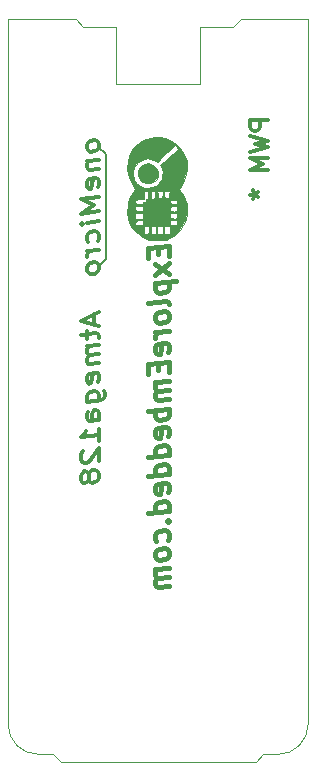
<source format=gbr>
G04 #@! TF.FileFunction,Legend,Bot*
%FSLAX46Y46*%
G04 Gerber Fmt 4.6, Leading zero omitted, Abs format (unit mm)*
G04 Created by KiCad (PCBNEW (2015-01-16 BZR 5376)-product) date 01-Oct-16 1:27:22 PM*
%MOMM*%
G01*
G04 APERTURE LIST*
%ADD10C,0.150000*%
%ADD11C,0.200000*%
%ADD12C,0.375000*%
%ADD13C,0.100000*%
%ADD14C,0.300000*%
%ADD15C,0.444500*%
%ADD16C,0.002540*%
G04 APERTURE END LIST*
D10*
D11*
X74295000Y-52705000D02*
X73660000Y-52070000D01*
X74295000Y-61595000D02*
X74295000Y-52705000D01*
X73660000Y-62230000D02*
X74295000Y-61595000D01*
D12*
X73703571Y-51793572D02*
X73632143Y-51631072D01*
X73560714Y-51554286D01*
X73417857Y-51486429D01*
X72989286Y-51540000D01*
X72846429Y-51643571D01*
X72775000Y-51738215D01*
X72703571Y-51918572D01*
X72703571Y-52175715D01*
X72775000Y-52338215D01*
X72846429Y-52415000D01*
X72989286Y-52482857D01*
X73417857Y-52429286D01*
X73560714Y-52325715D01*
X73632143Y-52231072D01*
X73703571Y-52050715D01*
X73703571Y-51793572D01*
X72703571Y-53290000D02*
X73703571Y-53165000D01*
X72846429Y-53272142D02*
X72775000Y-53366786D01*
X72703571Y-53547143D01*
X72703571Y-53804286D01*
X72775000Y-53966786D01*
X72917857Y-54034643D01*
X73703571Y-53936429D01*
X73632143Y-55488214D02*
X73703571Y-55307857D01*
X73703571Y-54965000D01*
X73632143Y-54802499D01*
X73489286Y-54734642D01*
X72917857Y-54806071D01*
X72775000Y-54909642D01*
X72703571Y-55090000D01*
X72703571Y-55432857D01*
X72775000Y-55595357D01*
X72917857Y-55663214D01*
X73060714Y-55645357D01*
X73203571Y-54770357D01*
X73703571Y-56336428D02*
X72203571Y-56523928D01*
X73275000Y-56989999D01*
X72203571Y-57723928D01*
X73703571Y-57536428D01*
X73703571Y-58393571D02*
X72703571Y-58518571D01*
X72203571Y-58581071D02*
X72275000Y-58486428D01*
X72346429Y-58563213D01*
X72275000Y-58657857D01*
X72203571Y-58581071D01*
X72346429Y-58563213D01*
X73632143Y-60031071D02*
X73703571Y-59850714D01*
X73703571Y-59507857D01*
X73632143Y-59345357D01*
X73560714Y-59268571D01*
X73417857Y-59200714D01*
X72989286Y-59254285D01*
X72846429Y-59357856D01*
X72775000Y-59452500D01*
X72703571Y-59632857D01*
X72703571Y-59975714D01*
X72775000Y-60138214D01*
X73703571Y-60793571D02*
X72703571Y-60918571D01*
X72989286Y-60882856D02*
X72846429Y-60986428D01*
X72775000Y-61081071D01*
X72703571Y-61261429D01*
X72703571Y-61432857D01*
X73703571Y-62165000D02*
X73632143Y-62002500D01*
X73560714Y-61925714D01*
X73417857Y-61857857D01*
X72989286Y-61911428D01*
X72846429Y-62014999D01*
X72775000Y-62109643D01*
X72703571Y-62290000D01*
X72703571Y-62547143D01*
X72775000Y-62709643D01*
X72846429Y-62786428D01*
X72989286Y-62854285D01*
X73417857Y-62800714D01*
X73560714Y-62697143D01*
X73632143Y-62602500D01*
X73703571Y-62422143D01*
X73703571Y-62165000D01*
X73275000Y-66247143D02*
X73275000Y-67104286D01*
X73703571Y-66022144D02*
X72203571Y-66809644D01*
X73703571Y-67222144D01*
X72703571Y-67690001D02*
X72703571Y-68375715D01*
X72203571Y-68009643D02*
X73489286Y-67848928D01*
X73632143Y-67916786D01*
X73703571Y-68079286D01*
X73703571Y-68250715D01*
X73703571Y-68850714D02*
X72703571Y-68975714D01*
X72846429Y-68957856D02*
X72775000Y-69052500D01*
X72703571Y-69232857D01*
X72703571Y-69490000D01*
X72775000Y-69652500D01*
X72917857Y-69720357D01*
X73703571Y-69622143D01*
X72917857Y-69720357D02*
X72775000Y-69823928D01*
X72703571Y-70004286D01*
X72703571Y-70261429D01*
X72775000Y-70423928D01*
X72917857Y-70491786D01*
X73703571Y-70393572D01*
X73632143Y-71945357D02*
X73703571Y-71765000D01*
X73703571Y-71422143D01*
X73632143Y-71259642D01*
X73489286Y-71191785D01*
X72917857Y-71263214D01*
X72775000Y-71366785D01*
X72703571Y-71547143D01*
X72703571Y-71890000D01*
X72775000Y-72052500D01*
X72917857Y-72120357D01*
X73060714Y-72102500D01*
X73203571Y-71227500D01*
X72703571Y-73690000D02*
X73917857Y-73538214D01*
X74060714Y-73434643D01*
X74132143Y-73339999D01*
X74203571Y-73159643D01*
X74203571Y-72902500D01*
X74132143Y-72739999D01*
X73632143Y-73573928D02*
X73703571Y-73393571D01*
X73703571Y-73050714D01*
X73632143Y-72888214D01*
X73560714Y-72811428D01*
X73417857Y-72743571D01*
X72989286Y-72797142D01*
X72846429Y-72900713D01*
X72775000Y-72995357D01*
X72703571Y-73175714D01*
X72703571Y-73518571D01*
X72775000Y-73681071D01*
X73703571Y-75193571D02*
X72917857Y-75291785D01*
X72775000Y-75223928D01*
X72703571Y-75061428D01*
X72703571Y-74718571D01*
X72775000Y-74538213D01*
X73632143Y-75202499D02*
X73703571Y-75022142D01*
X73703571Y-74593571D01*
X73632143Y-74431070D01*
X73489286Y-74363213D01*
X73346429Y-74381070D01*
X73203571Y-74484642D01*
X73132143Y-74664999D01*
X73132143Y-75093570D01*
X73060714Y-75273928D01*
X73703571Y-76993571D02*
X73703571Y-75964999D01*
X73703571Y-76479285D02*
X72203571Y-76666785D01*
X72417857Y-76468570D01*
X72560714Y-76279285D01*
X72632143Y-76098927D01*
X72346429Y-77848927D02*
X72275000Y-77943570D01*
X72203571Y-78123928D01*
X72203571Y-78552499D01*
X72275000Y-78714999D01*
X72346429Y-78791784D01*
X72489286Y-78859642D01*
X72632143Y-78841785D01*
X72846429Y-78729284D01*
X73703571Y-77593571D01*
X73703571Y-78707857D01*
X72846429Y-79843570D02*
X72775000Y-79681071D01*
X72703571Y-79604285D01*
X72560714Y-79536428D01*
X72489286Y-79545356D01*
X72346429Y-79648927D01*
X72275000Y-79743571D01*
X72203571Y-79923928D01*
X72203571Y-80266785D01*
X72275000Y-80429285D01*
X72346429Y-80506070D01*
X72489286Y-80573928D01*
X72560714Y-80565000D01*
X72703571Y-80461428D01*
X72775000Y-80366785D01*
X72846429Y-80186427D01*
X72846429Y-79843570D01*
X72917857Y-79663214D01*
X72989286Y-79568570D01*
X73132143Y-79464999D01*
X73417857Y-79429285D01*
X73560714Y-79497142D01*
X73632143Y-79573928D01*
X73703571Y-79736428D01*
X73703571Y-80079285D01*
X73632143Y-80259642D01*
X73560714Y-80354285D01*
X73417857Y-80457857D01*
X73132143Y-80493571D01*
X72989286Y-80425713D01*
X72917857Y-80348928D01*
X72846429Y-80186427D01*
D13*
X69850000Y-103505000D02*
X68580000Y-103505000D01*
X88900000Y-103505000D02*
X87630000Y-103505000D01*
X86995000Y-104140000D02*
X87630000Y-103505000D01*
X70485000Y-104140000D02*
X86995000Y-104140000D01*
X69850000Y-103505000D02*
X70485000Y-104140000D01*
X82296000Y-41910000D02*
X82550000Y-41910000D01*
X75184000Y-41910000D02*
X74930000Y-41910000D01*
X85090000Y-41910000D02*
X82550000Y-41910000D01*
X85725000Y-41275000D02*
X85090000Y-41910000D01*
X91440000Y-41275000D02*
X85725000Y-41275000D01*
X91440000Y-41910000D02*
X91440000Y-41275000D01*
X72390000Y-41910000D02*
X74930000Y-41910000D01*
X71755000Y-41275000D02*
X72390000Y-41910000D01*
X66040000Y-41275000D02*
X71755000Y-41275000D01*
X66040000Y-41910000D02*
X66040000Y-41275000D01*
D14*
X88054571Y-49836000D02*
X86554571Y-49836000D01*
X86554571Y-50407428D01*
X86626000Y-50550286D01*
X86697429Y-50621714D01*
X86840286Y-50693143D01*
X87054571Y-50693143D01*
X87197429Y-50621714D01*
X87268857Y-50550286D01*
X87340286Y-50407428D01*
X87340286Y-49836000D01*
X86554571Y-51193143D02*
X88054571Y-51550286D01*
X86983143Y-51836000D01*
X88054571Y-52121714D01*
X86554571Y-52478857D01*
X88054571Y-53050286D02*
X86554571Y-53050286D01*
X87626000Y-53550286D01*
X86554571Y-54050286D01*
X88054571Y-54050286D01*
X86554571Y-56121715D02*
X86911714Y-56121715D01*
X86768857Y-55764572D02*
X86911714Y-56121715D01*
X86768857Y-56478857D01*
X87197429Y-55907429D02*
X86911714Y-56121715D01*
X87197429Y-56336000D01*
D15*
X78740000Y-60552540D02*
X78740000Y-61145207D01*
X79671333Y-61282790D02*
X79671333Y-60436123D01*
X77893333Y-60658373D01*
X77893333Y-61505040D01*
X79671333Y-61875457D02*
X78486000Y-62954957D01*
X78486000Y-62023624D02*
X79671333Y-62806790D01*
X78486000Y-63632290D02*
X80264000Y-63410040D01*
X78570667Y-63621707D02*
X78486000Y-63801624D01*
X78486000Y-64140290D01*
X78570667Y-64299041D01*
X78655333Y-64373123D01*
X78824667Y-64436624D01*
X79332667Y-64373124D01*
X79502000Y-64267290D01*
X79586667Y-64172041D01*
X79671333Y-63992123D01*
X79671333Y-63653457D01*
X79586667Y-63494707D01*
X79671333Y-65346790D02*
X79586667Y-65188041D01*
X79417333Y-65124540D01*
X77893333Y-65315040D01*
X79671333Y-66278123D02*
X79586667Y-66119374D01*
X79502000Y-66045290D01*
X79332667Y-65981791D01*
X78824667Y-66045291D01*
X78655333Y-66151123D01*
X78570667Y-66246374D01*
X78486000Y-66426290D01*
X78486000Y-66680290D01*
X78570667Y-66839041D01*
X78655333Y-66913123D01*
X78824667Y-66976624D01*
X79332667Y-66913124D01*
X79502000Y-66807290D01*
X79586667Y-66712041D01*
X79671333Y-66532123D01*
X79671333Y-66278123D01*
X79671333Y-67632790D02*
X78486000Y-67780957D01*
X78824667Y-67738624D02*
X78655333Y-67844457D01*
X78570667Y-67939708D01*
X78486000Y-68119624D01*
X78486000Y-68288957D01*
X79586667Y-69421375D02*
X79671333Y-69241457D01*
X79671333Y-68902791D01*
X79586667Y-68744041D01*
X79417333Y-68680541D01*
X78740000Y-68765208D01*
X78570667Y-68871041D01*
X78486000Y-69050958D01*
X78486000Y-69389624D01*
X78570667Y-69548375D01*
X78740000Y-69611874D01*
X78909333Y-69590707D01*
X79078667Y-68722875D01*
X78740000Y-70373874D02*
X78740000Y-70966541D01*
X79671333Y-71104124D02*
X79671333Y-70257457D01*
X77893333Y-70479707D01*
X77893333Y-71326374D01*
X79671333Y-71866124D02*
X78486000Y-72014291D01*
X78655333Y-71993124D02*
X78570667Y-72088375D01*
X78486000Y-72268291D01*
X78486000Y-72522291D01*
X78570667Y-72681042D01*
X78740000Y-72744541D01*
X79671333Y-72628124D01*
X78740000Y-72744541D02*
X78570667Y-72850375D01*
X78486000Y-73030291D01*
X78486000Y-73284291D01*
X78570667Y-73443042D01*
X78740000Y-73506541D01*
X79671333Y-73390124D01*
X79671333Y-74236791D02*
X77893333Y-74459041D01*
X78570667Y-74374375D02*
X78486000Y-74554292D01*
X78486000Y-74892958D01*
X78570667Y-75051709D01*
X78655333Y-75125791D01*
X78824667Y-75189292D01*
X79332667Y-75125792D01*
X79502000Y-75019958D01*
X79586667Y-74924709D01*
X79671333Y-74744791D01*
X79671333Y-74406125D01*
X79586667Y-74247375D01*
X79586667Y-76533376D02*
X79671333Y-76353458D01*
X79671333Y-76014792D01*
X79586667Y-75856042D01*
X79417333Y-75792542D01*
X78740000Y-75877209D01*
X78570667Y-75983042D01*
X78486000Y-76162959D01*
X78486000Y-76501625D01*
X78570667Y-76660376D01*
X78740000Y-76723875D01*
X78909333Y-76702708D01*
X79078667Y-75834876D01*
X79671333Y-78131458D02*
X77893333Y-78353708D01*
X79586667Y-78142042D02*
X79671333Y-77962125D01*
X79671333Y-77623458D01*
X79586667Y-77464709D01*
X79502000Y-77390625D01*
X79332667Y-77327126D01*
X78824667Y-77390626D01*
X78655333Y-77496458D01*
X78570667Y-77591709D01*
X78486000Y-77771625D01*
X78486000Y-78110292D01*
X78570667Y-78269042D01*
X79671333Y-79740125D02*
X77893333Y-79962375D01*
X79586667Y-79750709D02*
X79671333Y-79570792D01*
X79671333Y-79232125D01*
X79586667Y-79073376D01*
X79502000Y-78999292D01*
X79332667Y-78935793D01*
X78824667Y-78999293D01*
X78655333Y-79105125D01*
X78570667Y-79200376D01*
X78486000Y-79380292D01*
X78486000Y-79718959D01*
X78570667Y-79877709D01*
X79586667Y-81274710D02*
X79671333Y-81094792D01*
X79671333Y-80756126D01*
X79586667Y-80597376D01*
X79417333Y-80533876D01*
X78740000Y-80618543D01*
X78570667Y-80724376D01*
X78486000Y-80904293D01*
X78486000Y-81242959D01*
X78570667Y-81401710D01*
X78740000Y-81465209D01*
X78909333Y-81444042D01*
X79078667Y-80576210D01*
X79671333Y-82872792D02*
X77893333Y-83095042D01*
X79586667Y-82883376D02*
X79671333Y-82703459D01*
X79671333Y-82364792D01*
X79586667Y-82206043D01*
X79502000Y-82131959D01*
X79332667Y-82068460D01*
X78824667Y-82131960D01*
X78655333Y-82237792D01*
X78570667Y-82333043D01*
X78486000Y-82512959D01*
X78486000Y-82851626D01*
X78570667Y-83010376D01*
X79502000Y-83740626D02*
X79586667Y-83814710D01*
X79671333Y-83719459D01*
X79586667Y-83645377D01*
X79502000Y-83740626D01*
X79671333Y-83719459D01*
X79586667Y-85338710D02*
X79671333Y-85158793D01*
X79671333Y-84820126D01*
X79586667Y-84661377D01*
X79502000Y-84587293D01*
X79332667Y-84523794D01*
X78824667Y-84587294D01*
X78655333Y-84693126D01*
X78570667Y-84788377D01*
X78486000Y-84968293D01*
X78486000Y-85306960D01*
X78570667Y-85465710D01*
X79671333Y-86344126D02*
X79586667Y-86185377D01*
X79502000Y-86111293D01*
X79332667Y-86047794D01*
X78824667Y-86111294D01*
X78655333Y-86217126D01*
X78570667Y-86312377D01*
X78486000Y-86492293D01*
X78486000Y-86746293D01*
X78570667Y-86905044D01*
X78655333Y-86979126D01*
X78824667Y-87042627D01*
X79332667Y-86979127D01*
X79502000Y-86873293D01*
X79586667Y-86778044D01*
X79671333Y-86598126D01*
X79671333Y-86344126D01*
X79671333Y-87698793D02*
X78486000Y-87846960D01*
X78655333Y-87825793D02*
X78570667Y-87921044D01*
X78486000Y-88100960D01*
X78486000Y-88354960D01*
X78570667Y-88513711D01*
X78740000Y-88577210D01*
X79671333Y-88460793D01*
X78740000Y-88577210D02*
X78570667Y-88683044D01*
X78486000Y-88862960D01*
X78486000Y-89116960D01*
X78570667Y-89275711D01*
X78740000Y-89339210D01*
X79671333Y-89222793D01*
D13*
X82296000Y-46736000D02*
X82296000Y-41910000D01*
X75184000Y-46736000D02*
X82296000Y-46736000D01*
X75184000Y-41910000D02*
X75184000Y-46736000D01*
X66040000Y-100965000D02*
X66040000Y-100330000D01*
X91440000Y-100330000D02*
X91440000Y-100965000D01*
X66040000Y-100965000D02*
G75*
G03X68580000Y-103505000I2540000J0D01*
G01*
X88900000Y-103505000D02*
G75*
G03X91440000Y-100965000I0J2540000D01*
G01*
X91440000Y-41910000D02*
X91440000Y-45720000D01*
X66040000Y-45720000D02*
X66040000Y-41910000D01*
X91440000Y-100330000D02*
X91440000Y-96520000D01*
X66040000Y-96520000D02*
X66040000Y-100330000D01*
X66040000Y-46990000D02*
X66040000Y-45720000D01*
X91440000Y-46990000D02*
X91440000Y-45720000D01*
X91440000Y-96520000D02*
X91440000Y-46990000D01*
X66040000Y-46990000D02*
X66040000Y-96520000D01*
D16*
G36*
X78676500Y-59984640D02*
X79004160Y-59977020D01*
X79237840Y-59961780D01*
X79418180Y-59926220D01*
X79583280Y-59870340D01*
X79677260Y-59827160D01*
X80177640Y-59527440D01*
X80266540Y-59443620D01*
X77515720Y-59443620D01*
X77515720Y-59115960D01*
X77518260Y-58922920D01*
X77543660Y-58828940D01*
X77609700Y-58793380D01*
X77698600Y-58788300D01*
X77861160Y-58806080D01*
X77939900Y-58874660D01*
X77957680Y-59024520D01*
X77952600Y-59141360D01*
X77932280Y-59309000D01*
X77878940Y-59390280D01*
X77762100Y-59418220D01*
X77724000Y-59423300D01*
X77515720Y-59443620D01*
X80266540Y-59443620D01*
X80276700Y-59436000D01*
X79707740Y-59436000D01*
X79484220Y-59436000D01*
X79258160Y-59436000D01*
X79128620Y-59436000D01*
X78902560Y-59436000D01*
X78676500Y-59436000D01*
X78546960Y-59436000D01*
X78323440Y-59436000D01*
X78097380Y-59436000D01*
X78097380Y-59113420D01*
X78097380Y-58788300D01*
X78323440Y-58788300D01*
X78546960Y-58788300D01*
X78546960Y-59113420D01*
X78546960Y-59436000D01*
X78676500Y-59436000D01*
X78676500Y-59113420D01*
X78676500Y-58788300D01*
X78902560Y-58788300D01*
X79128620Y-58788300D01*
X79128620Y-59113420D01*
X79128620Y-59436000D01*
X79258160Y-59436000D01*
X79258160Y-59113420D01*
X79258160Y-58788300D01*
X79484220Y-58788300D01*
X79707740Y-58788300D01*
X79707740Y-59113420D01*
X79707740Y-59436000D01*
X80276700Y-59436000D01*
X80576420Y-59154060D01*
X80863440Y-58724800D01*
X80065880Y-58724800D01*
X77452220Y-58724800D01*
X77124560Y-58724800D01*
X76796900Y-58724800D01*
X76817220Y-58516520D01*
X76837540Y-58389520D01*
X76893420Y-58323480D01*
X77017880Y-58295540D01*
X77144880Y-58285380D01*
X77452220Y-58267600D01*
X77452220Y-58496200D01*
X77452220Y-58724800D01*
X80065880Y-58724800D01*
X79885540Y-58719720D01*
X79801720Y-58686700D01*
X79773780Y-58600340D01*
X79773780Y-58498740D01*
X79778860Y-58359040D01*
X79819500Y-58295540D01*
X79933800Y-58275220D01*
X80065880Y-58275220D01*
X80243680Y-58277760D01*
X80324960Y-58310780D01*
X80352900Y-58397140D01*
X80355440Y-58498740D01*
X80347820Y-58638440D01*
X80307180Y-58704480D01*
X80192880Y-58722260D01*
X80065880Y-58724800D01*
X80863440Y-58724800D01*
X80886300Y-58694320D01*
X81064100Y-58293000D01*
X81107280Y-58145680D01*
X80065880Y-58145680D01*
X77452220Y-58145680D01*
X77129640Y-58145680D01*
X76804520Y-58145680D01*
X76804520Y-57919620D01*
X76804520Y-57693560D01*
X77129640Y-57693560D01*
X77452220Y-57693560D01*
X77452220Y-57919620D01*
X77452220Y-58145680D01*
X80065880Y-58145680D01*
X79885540Y-58138060D01*
X79801720Y-58105040D01*
X79773780Y-58018680D01*
X79773780Y-57919620D01*
X79778860Y-57779920D01*
X79819500Y-57713880D01*
X79933800Y-57693560D01*
X80065880Y-57693560D01*
X80243680Y-57698640D01*
X80324960Y-57731660D01*
X80352900Y-57818020D01*
X80355440Y-57919620D01*
X80347820Y-58056780D01*
X80307180Y-58122820D01*
X80192880Y-58143140D01*
X80065880Y-58145680D01*
X81107280Y-58145680D01*
X81137760Y-58056780D01*
X81178400Y-57845960D01*
X81188560Y-57599580D01*
X81186020Y-57548780D01*
X80065880Y-57548780D01*
X79885540Y-57543700D01*
X79844900Y-57531000D01*
X77238860Y-57531000D01*
X77129640Y-57531000D01*
X76949300Y-57525920D01*
X76860400Y-57490360D01*
X76827380Y-57401460D01*
X76817220Y-57322720D01*
X76796900Y-57114440D01*
X77129640Y-57114440D01*
X77459840Y-57114440D01*
X77436980Y-57322720D01*
X77419200Y-57452260D01*
X77365860Y-57510680D01*
X77238860Y-57531000D01*
X79844900Y-57531000D01*
X79801720Y-57515760D01*
X79773780Y-57429400D01*
X79773780Y-57332880D01*
X79778860Y-57195720D01*
X79822040Y-57132220D01*
X79936340Y-57114440D01*
X80065880Y-57114440D01*
X80243680Y-57116980D01*
X80324960Y-57150000D01*
X80352900Y-57236360D01*
X80355440Y-57327800D01*
X80347820Y-57459880D01*
X80302100Y-57523380D01*
X80187800Y-57543700D01*
X80065880Y-57548780D01*
X81186020Y-57548780D01*
X81180940Y-57317640D01*
X81158080Y-56997600D01*
X81145380Y-56936640D01*
X80195420Y-56936640D01*
X80162400Y-56934100D01*
X76885800Y-56934100D01*
X76847700Y-56890920D01*
X76819760Y-56761380D01*
X76819760Y-56746140D01*
X76796900Y-56537860D01*
X77170280Y-56520080D01*
X77543660Y-56499760D01*
X77541120Y-56466740D01*
X77226160Y-56466740D01*
X76967080Y-56466740D01*
X76934060Y-56436260D01*
X76967080Y-56403240D01*
X76997560Y-56436260D01*
X76967080Y-56466740D01*
X77226160Y-56466740D01*
X77193140Y-56436260D01*
X77226160Y-56403240D01*
X77259180Y-56436260D01*
X77226160Y-56466740D01*
X77541120Y-56466740D01*
X77523340Y-56161940D01*
X77515720Y-55963820D01*
X77533500Y-55862220D01*
X77591920Y-55826660D01*
X77698600Y-55821580D01*
X77823060Y-55831740D01*
X77884020Y-55887620D01*
X77909420Y-56024780D01*
X77914500Y-56095900D01*
X77924660Y-56306720D01*
X77909420Y-56418480D01*
X77856080Y-56461660D01*
X77802740Y-56466740D01*
X77721460Y-56494680D01*
X77716380Y-56515000D01*
X77711300Y-56664860D01*
X77630020Y-56715660D01*
X77579220Y-56705500D01*
X77477620Y-56708040D01*
X77452220Y-56796940D01*
X77426820Y-56878220D01*
X77332840Y-56911240D01*
X77193140Y-56918860D01*
X77015340Y-56921400D01*
X76901040Y-56931560D01*
X76885800Y-56934100D01*
X80162400Y-56934100D01*
X80065880Y-56929020D01*
X79885540Y-56908700D01*
X79799180Y-56865520D01*
X79773780Y-56779160D01*
X79773780Y-56718200D01*
X79781400Y-56603900D01*
X79832200Y-56550560D01*
X79959200Y-56532780D01*
X80065880Y-56532780D01*
X80243680Y-56535320D01*
X80324960Y-56568340D01*
X80352900Y-56654700D01*
X80355440Y-56741060D01*
X80347820Y-56868060D01*
X80307180Y-56926480D01*
X80195420Y-56936640D01*
X81145380Y-56936640D01*
X81117440Y-56756300D01*
X81046320Y-56535320D01*
X81015840Y-56474360D01*
X78097380Y-56474360D01*
X78097380Y-56149240D01*
X78099920Y-55956200D01*
X78125320Y-55859680D01*
X78191360Y-55826660D01*
X78282800Y-55821580D01*
X78414880Y-55839360D01*
X78483460Y-55913020D01*
X78511400Y-56065420D01*
X78508860Y-56235600D01*
X78486000Y-56377840D01*
X78407260Y-56438800D01*
X78300580Y-56454040D01*
X78097380Y-56474360D01*
X81015840Y-56474360D01*
X81000600Y-56436260D01*
X79484220Y-56436260D01*
X78902560Y-56436260D01*
X78785720Y-56426100D01*
X78724760Y-56377840D01*
X78699360Y-56253380D01*
X78689200Y-56128920D01*
X78668880Y-55821580D01*
X78902560Y-55821580D01*
X79136240Y-55821580D01*
X79115920Y-56128920D01*
X79098140Y-56314340D01*
X79062580Y-56403240D01*
X78983840Y-56431180D01*
X78902560Y-56436260D01*
X79484220Y-56436260D01*
X79364840Y-56426100D01*
X79306420Y-56377840D01*
X79278480Y-56253380D01*
X79268320Y-56128920D01*
X79250540Y-55821580D01*
X79484220Y-55821580D01*
X79715360Y-55821580D01*
X79697580Y-56128920D01*
X79679800Y-56314340D01*
X79641700Y-56403240D01*
X79562960Y-56431180D01*
X79484220Y-56436260D01*
X81000600Y-56436260D01*
X80949800Y-56324500D01*
X80827880Y-56098440D01*
X80708500Y-55910480D01*
X80617060Y-55796180D01*
X80551020Y-55725060D01*
X80535780Y-55659020D01*
X80576420Y-55565040D01*
X77884020Y-55565040D01*
X77533500Y-55521860D01*
X77200760Y-55377080D01*
X76908660Y-55130700D01*
X76799440Y-54993540D01*
X76713080Y-54843680D01*
X76664820Y-54681120D01*
X76647040Y-54460140D01*
X76644500Y-54300120D01*
X76649580Y-54046120D01*
X76672440Y-53873400D01*
X76730860Y-53738780D01*
X76832460Y-53599080D01*
X76842620Y-53586380D01*
X77063600Y-53367940D01*
X77337920Y-53190140D01*
X77617320Y-53075840D01*
X77802740Y-53047900D01*
X78064360Y-53075840D01*
X78323440Y-53144420D01*
X78526640Y-53243480D01*
X78585060Y-53289200D01*
X78666340Y-53355240D01*
X78732380Y-53329840D01*
X78806040Y-53235860D01*
X78897480Y-53134260D01*
X79062580Y-52966620D01*
X79275940Y-52758340D01*
X79519780Y-52529740D01*
X79550260Y-52501800D01*
X80177640Y-51925220D01*
X80302100Y-52080160D01*
X80429100Y-52235100D01*
X79989680Y-52659280D01*
X79748380Y-52885340D01*
X79504540Y-53113940D01*
X79291180Y-53304440D01*
X79240380Y-53347620D01*
X78933040Y-53611780D01*
X79032100Y-53842920D01*
X79121000Y-54218840D01*
X79085440Y-54602380D01*
X79029560Y-54775100D01*
X78826360Y-55112920D01*
X78552040Y-55356760D01*
X78232000Y-55509160D01*
X77884020Y-55565040D01*
X80576420Y-55565040D01*
X80578960Y-55562500D01*
X80690720Y-55397400D01*
X80705960Y-55382160D01*
X80967580Y-54909720D01*
X81132680Y-54386480D01*
X81198720Y-53842920D01*
X81160620Y-53312060D01*
X81051400Y-52918360D01*
X80792320Y-52405280D01*
X80444340Y-51973480D01*
X80020160Y-51638200D01*
X79535020Y-51401980D01*
X79006700Y-51272440D01*
X78442820Y-51259740D01*
X78148180Y-51302920D01*
X77729080Y-51414680D01*
X77370940Y-51587400D01*
X77030580Y-51841400D01*
X76901040Y-51958240D01*
X76558140Y-52364640D01*
X76306680Y-52834540D01*
X76159360Y-53342540D01*
X76108560Y-53868320D01*
X76161900Y-54389020D01*
X76316840Y-54886860D01*
X76575920Y-55336440D01*
X76657200Y-55438040D01*
X76814680Y-55626000D01*
X76657200Y-55836820D01*
X76372720Y-56301640D01*
X76192380Y-56819800D01*
X76149200Y-57040780D01*
X76113640Y-57602120D01*
X76202540Y-58143140D01*
X76398120Y-58648600D01*
X76697840Y-59100720D01*
X77096620Y-59484260D01*
X77576680Y-59781440D01*
X77579220Y-59783980D01*
X77782420Y-59875420D01*
X77952600Y-59933840D01*
X78132940Y-59966860D01*
X78359000Y-59979560D01*
X78676500Y-59984640D01*
X78676500Y-59984640D01*
X78676500Y-59984640D01*
G37*
X78676500Y-59984640D02*
X79004160Y-59977020D01*
X79237840Y-59961780D01*
X79418180Y-59926220D01*
X79583280Y-59870340D01*
X79677260Y-59827160D01*
X80177640Y-59527440D01*
X80266540Y-59443620D01*
X77515720Y-59443620D01*
X77515720Y-59115960D01*
X77518260Y-58922920D01*
X77543660Y-58828940D01*
X77609700Y-58793380D01*
X77698600Y-58788300D01*
X77861160Y-58806080D01*
X77939900Y-58874660D01*
X77957680Y-59024520D01*
X77952600Y-59141360D01*
X77932280Y-59309000D01*
X77878940Y-59390280D01*
X77762100Y-59418220D01*
X77724000Y-59423300D01*
X77515720Y-59443620D01*
X80266540Y-59443620D01*
X80276700Y-59436000D01*
X79707740Y-59436000D01*
X79484220Y-59436000D01*
X79258160Y-59436000D01*
X79128620Y-59436000D01*
X78902560Y-59436000D01*
X78676500Y-59436000D01*
X78546960Y-59436000D01*
X78323440Y-59436000D01*
X78097380Y-59436000D01*
X78097380Y-59113420D01*
X78097380Y-58788300D01*
X78323440Y-58788300D01*
X78546960Y-58788300D01*
X78546960Y-59113420D01*
X78546960Y-59436000D01*
X78676500Y-59436000D01*
X78676500Y-59113420D01*
X78676500Y-58788300D01*
X78902560Y-58788300D01*
X79128620Y-58788300D01*
X79128620Y-59113420D01*
X79128620Y-59436000D01*
X79258160Y-59436000D01*
X79258160Y-59113420D01*
X79258160Y-58788300D01*
X79484220Y-58788300D01*
X79707740Y-58788300D01*
X79707740Y-59113420D01*
X79707740Y-59436000D01*
X80276700Y-59436000D01*
X80576420Y-59154060D01*
X80863440Y-58724800D01*
X80065880Y-58724800D01*
X77452220Y-58724800D01*
X77124560Y-58724800D01*
X76796900Y-58724800D01*
X76817220Y-58516520D01*
X76837540Y-58389520D01*
X76893420Y-58323480D01*
X77017880Y-58295540D01*
X77144880Y-58285380D01*
X77452220Y-58267600D01*
X77452220Y-58496200D01*
X77452220Y-58724800D01*
X80065880Y-58724800D01*
X79885540Y-58719720D01*
X79801720Y-58686700D01*
X79773780Y-58600340D01*
X79773780Y-58498740D01*
X79778860Y-58359040D01*
X79819500Y-58295540D01*
X79933800Y-58275220D01*
X80065880Y-58275220D01*
X80243680Y-58277760D01*
X80324960Y-58310780D01*
X80352900Y-58397140D01*
X80355440Y-58498740D01*
X80347820Y-58638440D01*
X80307180Y-58704480D01*
X80192880Y-58722260D01*
X80065880Y-58724800D01*
X80863440Y-58724800D01*
X80886300Y-58694320D01*
X81064100Y-58293000D01*
X81107280Y-58145680D01*
X80065880Y-58145680D01*
X77452220Y-58145680D01*
X77129640Y-58145680D01*
X76804520Y-58145680D01*
X76804520Y-57919620D01*
X76804520Y-57693560D01*
X77129640Y-57693560D01*
X77452220Y-57693560D01*
X77452220Y-57919620D01*
X77452220Y-58145680D01*
X80065880Y-58145680D01*
X79885540Y-58138060D01*
X79801720Y-58105040D01*
X79773780Y-58018680D01*
X79773780Y-57919620D01*
X79778860Y-57779920D01*
X79819500Y-57713880D01*
X79933800Y-57693560D01*
X80065880Y-57693560D01*
X80243680Y-57698640D01*
X80324960Y-57731660D01*
X80352900Y-57818020D01*
X80355440Y-57919620D01*
X80347820Y-58056780D01*
X80307180Y-58122820D01*
X80192880Y-58143140D01*
X80065880Y-58145680D01*
X81107280Y-58145680D01*
X81137760Y-58056780D01*
X81178400Y-57845960D01*
X81188560Y-57599580D01*
X81186020Y-57548780D01*
X80065880Y-57548780D01*
X79885540Y-57543700D01*
X79844900Y-57531000D01*
X77238860Y-57531000D01*
X77129640Y-57531000D01*
X76949300Y-57525920D01*
X76860400Y-57490360D01*
X76827380Y-57401460D01*
X76817220Y-57322720D01*
X76796900Y-57114440D01*
X77129640Y-57114440D01*
X77459840Y-57114440D01*
X77436980Y-57322720D01*
X77419200Y-57452260D01*
X77365860Y-57510680D01*
X77238860Y-57531000D01*
X79844900Y-57531000D01*
X79801720Y-57515760D01*
X79773780Y-57429400D01*
X79773780Y-57332880D01*
X79778860Y-57195720D01*
X79822040Y-57132220D01*
X79936340Y-57114440D01*
X80065880Y-57114440D01*
X80243680Y-57116980D01*
X80324960Y-57150000D01*
X80352900Y-57236360D01*
X80355440Y-57327800D01*
X80347820Y-57459880D01*
X80302100Y-57523380D01*
X80187800Y-57543700D01*
X80065880Y-57548780D01*
X81186020Y-57548780D01*
X81180940Y-57317640D01*
X81158080Y-56997600D01*
X81145380Y-56936640D01*
X80195420Y-56936640D01*
X80162400Y-56934100D01*
X76885800Y-56934100D01*
X76847700Y-56890920D01*
X76819760Y-56761380D01*
X76819760Y-56746140D01*
X76796900Y-56537860D01*
X77170280Y-56520080D01*
X77543660Y-56499760D01*
X77541120Y-56466740D01*
X77226160Y-56466740D01*
X76967080Y-56466740D01*
X76934060Y-56436260D01*
X76967080Y-56403240D01*
X76997560Y-56436260D01*
X76967080Y-56466740D01*
X77226160Y-56466740D01*
X77193140Y-56436260D01*
X77226160Y-56403240D01*
X77259180Y-56436260D01*
X77226160Y-56466740D01*
X77541120Y-56466740D01*
X77523340Y-56161940D01*
X77515720Y-55963820D01*
X77533500Y-55862220D01*
X77591920Y-55826660D01*
X77698600Y-55821580D01*
X77823060Y-55831740D01*
X77884020Y-55887620D01*
X77909420Y-56024780D01*
X77914500Y-56095900D01*
X77924660Y-56306720D01*
X77909420Y-56418480D01*
X77856080Y-56461660D01*
X77802740Y-56466740D01*
X77721460Y-56494680D01*
X77716380Y-56515000D01*
X77711300Y-56664860D01*
X77630020Y-56715660D01*
X77579220Y-56705500D01*
X77477620Y-56708040D01*
X77452220Y-56796940D01*
X77426820Y-56878220D01*
X77332840Y-56911240D01*
X77193140Y-56918860D01*
X77015340Y-56921400D01*
X76901040Y-56931560D01*
X76885800Y-56934100D01*
X80162400Y-56934100D01*
X80065880Y-56929020D01*
X79885540Y-56908700D01*
X79799180Y-56865520D01*
X79773780Y-56779160D01*
X79773780Y-56718200D01*
X79781400Y-56603900D01*
X79832200Y-56550560D01*
X79959200Y-56532780D01*
X80065880Y-56532780D01*
X80243680Y-56535320D01*
X80324960Y-56568340D01*
X80352900Y-56654700D01*
X80355440Y-56741060D01*
X80347820Y-56868060D01*
X80307180Y-56926480D01*
X80195420Y-56936640D01*
X81145380Y-56936640D01*
X81117440Y-56756300D01*
X81046320Y-56535320D01*
X81015840Y-56474360D01*
X78097380Y-56474360D01*
X78097380Y-56149240D01*
X78099920Y-55956200D01*
X78125320Y-55859680D01*
X78191360Y-55826660D01*
X78282800Y-55821580D01*
X78414880Y-55839360D01*
X78483460Y-55913020D01*
X78511400Y-56065420D01*
X78508860Y-56235600D01*
X78486000Y-56377840D01*
X78407260Y-56438800D01*
X78300580Y-56454040D01*
X78097380Y-56474360D01*
X81015840Y-56474360D01*
X81000600Y-56436260D01*
X79484220Y-56436260D01*
X78902560Y-56436260D01*
X78785720Y-56426100D01*
X78724760Y-56377840D01*
X78699360Y-56253380D01*
X78689200Y-56128920D01*
X78668880Y-55821580D01*
X78902560Y-55821580D01*
X79136240Y-55821580D01*
X79115920Y-56128920D01*
X79098140Y-56314340D01*
X79062580Y-56403240D01*
X78983840Y-56431180D01*
X78902560Y-56436260D01*
X79484220Y-56436260D01*
X79364840Y-56426100D01*
X79306420Y-56377840D01*
X79278480Y-56253380D01*
X79268320Y-56128920D01*
X79250540Y-55821580D01*
X79484220Y-55821580D01*
X79715360Y-55821580D01*
X79697580Y-56128920D01*
X79679800Y-56314340D01*
X79641700Y-56403240D01*
X79562960Y-56431180D01*
X79484220Y-56436260D01*
X81000600Y-56436260D01*
X80949800Y-56324500D01*
X80827880Y-56098440D01*
X80708500Y-55910480D01*
X80617060Y-55796180D01*
X80551020Y-55725060D01*
X80535780Y-55659020D01*
X80576420Y-55565040D01*
X77884020Y-55565040D01*
X77533500Y-55521860D01*
X77200760Y-55377080D01*
X76908660Y-55130700D01*
X76799440Y-54993540D01*
X76713080Y-54843680D01*
X76664820Y-54681120D01*
X76647040Y-54460140D01*
X76644500Y-54300120D01*
X76649580Y-54046120D01*
X76672440Y-53873400D01*
X76730860Y-53738780D01*
X76832460Y-53599080D01*
X76842620Y-53586380D01*
X77063600Y-53367940D01*
X77337920Y-53190140D01*
X77617320Y-53075840D01*
X77802740Y-53047900D01*
X78064360Y-53075840D01*
X78323440Y-53144420D01*
X78526640Y-53243480D01*
X78585060Y-53289200D01*
X78666340Y-53355240D01*
X78732380Y-53329840D01*
X78806040Y-53235860D01*
X78897480Y-53134260D01*
X79062580Y-52966620D01*
X79275940Y-52758340D01*
X79519780Y-52529740D01*
X79550260Y-52501800D01*
X80177640Y-51925220D01*
X80302100Y-52080160D01*
X80429100Y-52235100D01*
X79989680Y-52659280D01*
X79748380Y-52885340D01*
X79504540Y-53113940D01*
X79291180Y-53304440D01*
X79240380Y-53347620D01*
X78933040Y-53611780D01*
X79032100Y-53842920D01*
X79121000Y-54218840D01*
X79085440Y-54602380D01*
X79029560Y-54775100D01*
X78826360Y-55112920D01*
X78552040Y-55356760D01*
X78232000Y-55509160D01*
X77884020Y-55565040D01*
X80576420Y-55565040D01*
X80578960Y-55562500D01*
X80690720Y-55397400D01*
X80705960Y-55382160D01*
X80967580Y-54909720D01*
X81132680Y-54386480D01*
X81198720Y-53842920D01*
X81160620Y-53312060D01*
X81051400Y-52918360D01*
X80792320Y-52405280D01*
X80444340Y-51973480D01*
X80020160Y-51638200D01*
X79535020Y-51401980D01*
X79006700Y-51272440D01*
X78442820Y-51259740D01*
X78148180Y-51302920D01*
X77729080Y-51414680D01*
X77370940Y-51587400D01*
X77030580Y-51841400D01*
X76901040Y-51958240D01*
X76558140Y-52364640D01*
X76306680Y-52834540D01*
X76159360Y-53342540D01*
X76108560Y-53868320D01*
X76161900Y-54389020D01*
X76316840Y-54886860D01*
X76575920Y-55336440D01*
X76657200Y-55438040D01*
X76814680Y-55626000D01*
X76657200Y-55836820D01*
X76372720Y-56301640D01*
X76192380Y-56819800D01*
X76149200Y-57040780D01*
X76113640Y-57602120D01*
X76202540Y-58143140D01*
X76398120Y-58648600D01*
X76697840Y-59100720D01*
X77096620Y-59484260D01*
X77576680Y-59781440D01*
X77579220Y-59783980D01*
X77782420Y-59875420D01*
X77952600Y-59933840D01*
X78132940Y-59966860D01*
X78359000Y-59979560D01*
X78676500Y-59984640D01*
X78676500Y-59984640D01*
G36*
X77736700Y-55163720D02*
X78031340Y-55145940D01*
X78308200Y-55039260D01*
X78536800Y-54856380D01*
X78689200Y-54612540D01*
X78740000Y-54338220D01*
X78712060Y-54170580D01*
X78640940Y-53977540D01*
X78628240Y-53957220D01*
X78430120Y-53693060D01*
X78178660Y-53527960D01*
X77894180Y-53461920D01*
X77604620Y-53494940D01*
X77337920Y-53632100D01*
X77119480Y-53868320D01*
X77101700Y-53896260D01*
X77007720Y-54170580D01*
X77017880Y-54465220D01*
X77119480Y-54747160D01*
X77302360Y-54978300D01*
X77444600Y-55077360D01*
X77736700Y-55163720D01*
X77736700Y-55163720D01*
X77736700Y-55163720D01*
G37*
X77736700Y-55163720D02*
X78031340Y-55145940D01*
X78308200Y-55039260D01*
X78536800Y-54856380D01*
X78689200Y-54612540D01*
X78740000Y-54338220D01*
X78712060Y-54170580D01*
X78640940Y-53977540D01*
X78628240Y-53957220D01*
X78430120Y-53693060D01*
X78178660Y-53527960D01*
X77894180Y-53461920D01*
X77604620Y-53494940D01*
X77337920Y-53632100D01*
X77119480Y-53868320D01*
X77101700Y-53896260D01*
X77007720Y-54170580D01*
X77017880Y-54465220D01*
X77119480Y-54747160D01*
X77302360Y-54978300D01*
X77444600Y-55077360D01*
X77736700Y-55163720D01*
X77736700Y-55163720D01*
M02*

</source>
